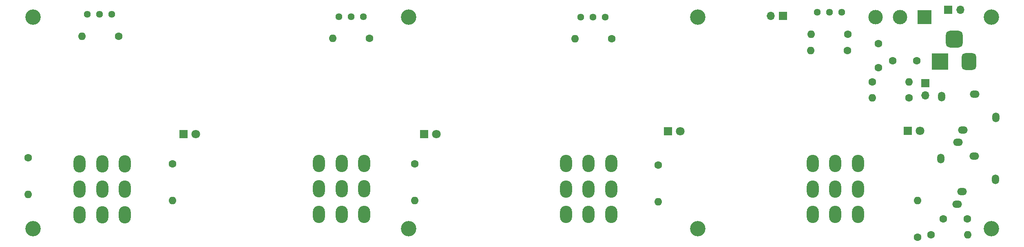
<source format=gbr>
%TF.GenerationSoftware,KiCad,Pcbnew,(6.0.11)*%
%TF.CreationDate,2024-02-11T12:33:00-06:00*%
%TF.ProjectId,StompBox,53746f6d-7042-46f7-982e-6b696361645f,rev?*%
%TF.SameCoordinates,Original*%
%TF.FileFunction,Soldermask,Top*%
%TF.FilePolarity,Negative*%
%FSLAX46Y46*%
G04 Gerber Fmt 4.6, Leading zero omitted, Abs format (unit mm)*
G04 Created by KiCad (PCBNEW (6.0.11)) date 2024-02-11 12:33:00*
%MOMM*%
%LPD*%
G01*
G04 APERTURE LIST*
G04 Aperture macros list*
%AMRoundRect*
0 Rectangle with rounded corners*
0 $1 Rounding radius*
0 $2 $3 $4 $5 $6 $7 $8 $9 X,Y pos of 4 corners*
0 Add a 4 corners polygon primitive as box body*
4,1,4,$2,$3,$4,$5,$6,$7,$8,$9,$2,$3,0*
0 Add four circle primitives for the rounded corners*
1,1,$1+$1,$2,$3*
1,1,$1+$1,$4,$5*
1,1,$1+$1,$6,$7*
1,1,$1+$1,$8,$9*
0 Add four rect primitives between the rounded corners*
20,1,$1+$1,$2,$3,$4,$5,0*
20,1,$1+$1,$4,$5,$6,$7,0*
20,1,$1+$1,$6,$7,$8,$9,0*
20,1,$1+$1,$8,$9,$2,$3,0*%
G04 Aperture macros list end*
%ADD10R,1.700000X1.700000*%
%ADD11O,1.700000X1.700000*%
%ADD12O,1.600000X1.600000*%
%ADD13C,1.600000*%
%ADD14C,3.200000*%
%ADD15C,1.440000*%
%ADD16O,1.500000X2.000000*%
%ADD17O,2.000000X1.500000*%
%ADD18R,1.800000X1.800000*%
%ADD19C,1.800000*%
%ADD20R,3.000000X3.000000*%
%ADD21C,3.000000*%
%ADD22O,2.500000X3.600000*%
%ADD23R,3.500000X3.500000*%
%ADD24RoundRect,0.750000X0.750000X1.000000X-0.750000X1.000000X-0.750000X-1.000000X0.750000X-1.000000X0*%
%ADD25RoundRect,0.875000X0.875000X0.875000X-0.875000X0.875000X-0.875000X-0.875000X0.875000X-0.875000X0*%
G04 APERTURE END LIST*
D10*
%TO.C,JP2*%
X240025000Y-64516000D03*
D11*
X242565000Y-64516000D03*
%TD*%
D12*
%TO.C,R1*%
X224282000Y-82804000D03*
D13*
X231902000Y-82804000D03*
%TD*%
D14*
%TO.C,H8*%
X128000000Y-66000000D03*
%TD*%
D13*
%TO.C,R10*%
X179832000Y-96774000D03*
D12*
X179832000Y-104394000D03*
%TD*%
D15*
%TO.C,RV3*%
X118620000Y-65910000D03*
X116080000Y-65910000D03*
X113540000Y-65910000D03*
%TD*%
D16*
%TO.C,J1*%
X249930000Y-86860000D03*
D17*
X242030000Y-92060000D03*
X243030000Y-89460000D03*
X245530000Y-82060000D03*
D16*
X238630000Y-82560000D03*
%TD*%
D18*
%TO.C,D3*%
X181882000Y-89710000D03*
D19*
X184422000Y-89710000D03*
%TD*%
D20*
%TO.C,J3*%
X235080000Y-66040000D03*
D21*
X230000000Y-66040000D03*
X224920000Y-66040000D03*
%TD*%
D13*
%TO.C,R3*%
X219122000Y-72970000D03*
D12*
X211502000Y-72970000D03*
%TD*%
D22*
%TO.C,SW4*%
X59670000Y-107100000D03*
X69070000Y-107100000D03*
X64370000Y-107100000D03*
X59670000Y-101800000D03*
X69070000Y-101800000D03*
X64370000Y-101800000D03*
X59670000Y-96500000D03*
X69070000Y-96500000D03*
X64370000Y-96500000D03*
%TD*%
D13*
%TO.C,R8*%
X236474000Y-111252000D03*
D12*
X244094000Y-111252000D03*
%TD*%
D15*
%TO.C,RV1*%
X217932000Y-65024000D03*
X215392000Y-65024000D03*
X212852000Y-65024000D03*
%TD*%
D14*
%TO.C,H6*%
X128000000Y-110000000D03*
%TD*%
%TO.C,H4*%
X50000000Y-110000000D03*
%TD*%
D23*
%TO.C,J2*%
X238310000Y-75280000D03*
D24*
X244310000Y-75280000D03*
D25*
X241310000Y-70580000D03*
%TD*%
D22*
%TO.C,SW2*%
X160652000Y-107046354D03*
X170052000Y-107046354D03*
X165352000Y-107046354D03*
X160652000Y-101746354D03*
X170052000Y-101746354D03*
X165352000Y-101746354D03*
X160652000Y-96446354D03*
X170052000Y-96446354D03*
X165352000Y-96446354D03*
%TD*%
D13*
%TO.C,R13*%
X49022000Y-95250000D03*
D12*
X49022000Y-102870000D03*
%TD*%
D13*
%TO.C,R11*%
X129286000Y-96520000D03*
D12*
X129286000Y-104140000D03*
%TD*%
D10*
%TO.C,JP1*%
X235232000Y-79750000D03*
D11*
X235232000Y-82290000D03*
%TD*%
D14*
%TO.C,H5*%
X188000000Y-110000000D03*
%TD*%
D16*
%TO.C,J4*%
X249790000Y-99700000D03*
D17*
X241890000Y-104900000D03*
X242890000Y-102300000D03*
X245390000Y-94900000D03*
D16*
X238490000Y-95400000D03*
%TD*%
D15*
%TO.C,RV2*%
X168840000Y-66000000D03*
X166300000Y-66000000D03*
X163760000Y-66000000D03*
%TD*%
D18*
%TO.C,D2*%
X131182000Y-90360000D03*
D19*
X133722000Y-90360000D03*
%TD*%
D13*
%TO.C,R9*%
X233680000Y-111760000D03*
D12*
X233680000Y-104140000D03*
%TD*%
D13*
%TO.C,C1*%
X225542000Y-71510000D03*
X225542000Y-76510000D03*
%TD*%
%TO.C,R5*%
X119850000Y-70430000D03*
D12*
X112230000Y-70430000D03*
%TD*%
D18*
%TO.C,D1*%
X231648000Y-89662000D03*
D19*
X234188000Y-89662000D03*
%TD*%
D22*
%TO.C,SW1*%
X211892000Y-107046354D03*
X221292000Y-107046354D03*
X216592000Y-107046354D03*
X211892000Y-101746354D03*
X221292000Y-101746354D03*
X216592000Y-101746354D03*
X211892000Y-96446354D03*
X221292000Y-96446354D03*
X216592000Y-96446354D03*
%TD*%
%TO.C,SW3*%
X109370000Y-107000000D03*
X118770000Y-107000000D03*
X114070000Y-107000000D03*
X109370000Y-101700000D03*
X118770000Y-101700000D03*
X114070000Y-101700000D03*
X109370000Y-96400000D03*
X118770000Y-96400000D03*
X114070000Y-96400000D03*
%TD*%
D13*
%TO.C,R6*%
X67820000Y-69970000D03*
D12*
X60200000Y-69970000D03*
%TD*%
D10*
%TO.C,J5*%
X205740000Y-65786000D03*
D11*
X203200000Y-65786000D03*
%TD*%
D14*
%TO.C,H7*%
X188000000Y-66000000D03*
%TD*%
D18*
%TO.C,D4*%
X81257000Y-90360000D03*
D19*
X83797000Y-90360000D03*
%TD*%
D13*
%TO.C,C2*%
X233512000Y-75120000D03*
X228512000Y-75120000D03*
%TD*%
%TO.C,C3*%
X239014000Y-107950000D03*
X244014000Y-107950000D03*
%TD*%
%TO.C,R2*%
X219202000Y-69596000D03*
D12*
X211582000Y-69596000D03*
%TD*%
D14*
%TO.C,H3*%
X50000000Y-66000000D03*
%TD*%
D13*
%TO.C,R12*%
X78994000Y-96520000D03*
D12*
X78994000Y-104140000D03*
%TD*%
D13*
%TO.C,R4*%
X170200000Y-70480000D03*
D12*
X162580000Y-70480000D03*
%TD*%
D15*
%TO.C,RV4*%
X66320000Y-65470000D03*
X63780000Y-65470000D03*
X61240000Y-65470000D03*
%TD*%
D13*
%TO.C,R7*%
X224282000Y-79502000D03*
D12*
X231902000Y-79502000D03*
%TD*%
D14*
%TO.C,H1*%
X249000000Y-66000000D03*
%TD*%
%TO.C,H2*%
X249000000Y-110000000D03*
%TD*%
M02*

</source>
